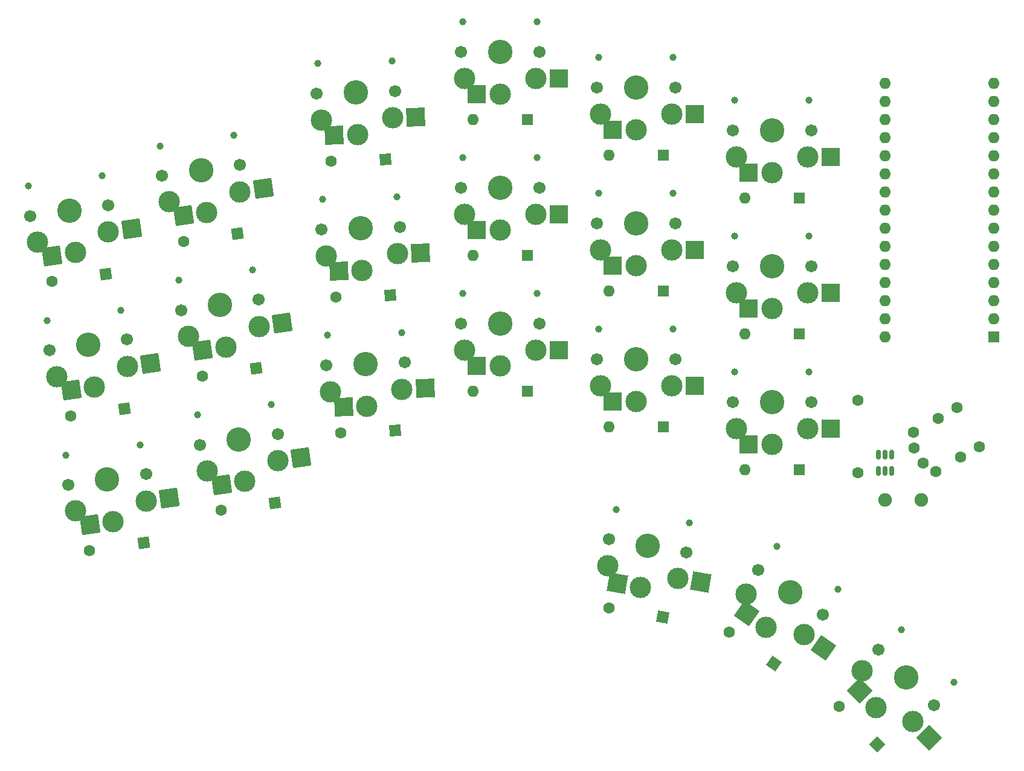
<source format=gts>
%TF.GenerationSoftware,KiCad,Pcbnew,9.0.4*%
%TF.CreationDate,2025-09-06T18:01:24-05:00*%
%TF.ProjectId,esp32_s3_port,65737033-325f-4733-935f-706f72742e6b,rev?*%
%TF.SameCoordinates,Original*%
%TF.FileFunction,Soldermask,Top*%
%TF.FilePolarity,Negative*%
%FSLAX46Y46*%
G04 Gerber Fmt 4.6, Leading zero omitted, Abs format (unit mm)*
G04 Created by KiCad (PCBNEW 9.0.4) date 2025-09-06 18:01:24*
%MOMM*%
%LPD*%
G01*
G04 APERTURE LIST*
G04 Aperture macros list*
%AMRoundRect*
0 Rectangle with rounded corners*
0 $1 Rounding radius*
0 $2 $3 $4 $5 $6 $7 $8 $9 X,Y pos of 4 corners*
0 Add a 4 corners polygon primitive as box body*
4,1,4,$2,$3,$4,$5,$6,$7,$8,$9,$2,$3,0*
0 Add four circle primitives for the rounded corners*
1,1,$1+$1,$2,$3*
1,1,$1+$1,$4,$5*
1,1,$1+$1,$6,$7*
1,1,$1+$1,$8,$9*
0 Add four rect primitives between the rounded corners*
20,1,$1+$1,$2,$3,$4,$5,0*
20,1,$1+$1,$4,$5,$6,$7,0*
20,1,$1+$1,$6,$7,$8,$9,0*
20,1,$1+$1,$8,$9,$2,$3,0*%
%AMHorizOval*
0 Thick line with rounded ends*
0 $1 width*
0 $2 $3 position (X,Y) of the first rounded end (center of the circle)*
0 $4 $5 position (X,Y) of the second rounded end (center of the circle)*
0 Add line between two ends*
20,1,$1,$2,$3,$4,$5,0*
0 Add two circle primitives to create the rounded ends*
1,1,$1,$2,$3*
1,1,$1,$4,$5*%
%AMRotRect*
0 Rectangle, with rotation*
0 The origin of the aperture is its center*
0 $1 length*
0 $2 width*
0 $3 Rotation angle, in degrees counterclockwise*
0 Add horizontal line*
21,1,$1,$2,0,0,$3*%
G04 Aperture macros list end*
%ADD10C,1.900000*%
%ADD11RoundRect,0.150000X0.150000X-0.512500X0.150000X0.512500X-0.150000X0.512500X-0.150000X-0.512500X0*%
%ADD12C,1.600000*%
%ADD13C,1.701800*%
%ADD14C,0.990600*%
%ADD15C,3.000000*%
%ADD16C,3.429000*%
%ADD17R,2.600000X2.600000*%
%ADD18R,1.600000X1.600000*%
%ADD19O,1.600000X1.600000*%
%ADD20RotRect,1.600000X1.600000X188.000000*%
%ADD21HorizOval,1.600000X0.000000X0.000000X0.000000X0.000000X0*%
%ADD22RotRect,1.600000X1.600000X182.000000*%
%ADD23HorizOval,1.600000X0.000000X0.000000X0.000000X0.000000X0*%
%ADD24RotRect,2.600000X2.600000X315.000000*%
%ADD25RotRect,2.600000X2.600000X8.000000*%
%ADD26RotRect,2.600000X2.600000X350.000000*%
%ADD27RotRect,2.600000X2.600000X2.000000*%
%ADD28RotRect,2.600000X2.600000X325.000000*%
%ADD29RotRect,1.600000X1.600000X145.000000*%
%ADD30HorizOval,1.600000X0.000000X0.000000X0.000000X0.000000X0*%
%ADD31RotRect,1.600000X1.600000X170.000000*%
%ADD32HorizOval,1.600000X0.000000X0.000000X0.000000X0.000000X0*%
%ADD33RotRect,1.600000X1.600000X135.000000*%
%ADD34HorizOval,1.600000X0.000000X0.000000X0.000000X0.000000X0*%
G04 APERTURE END LIST*
D10*
%TO.C,JP1*%
X149225000Y-100965000D03*
X154305000Y-100965000D03*
%TD*%
D11*
%TO.C,U1*%
X148275000Y-96890000D03*
X149225000Y-96890000D03*
X150175000Y-96890000D03*
X150175000Y-94615000D03*
X149225000Y-94615000D03*
X148275000Y-94615000D03*
%TD*%
D12*
%TO.C,R2*%
X145415000Y-97155000D03*
X145415000Y-86995000D03*
%TD*%
D13*
%TO.C,SW10*%
X127849999Y-68178947D03*
D14*
X128129999Y-63978947D03*
D15*
X128349999Y-71928947D03*
D16*
X133349999Y-68178947D03*
D15*
X133349999Y-74128947D03*
X138349999Y-71928947D03*
D14*
X138569999Y-63978947D03*
D13*
X138849999Y-68178947D03*
D17*
X130074999Y-74128947D03*
X141624999Y-71928947D03*
%TD*%
D18*
%TO.C,D4*%
X137159999Y-58653947D03*
D19*
X129539999Y-58653947D03*
%TD*%
D18*
%TO.C,D6*%
X99059999Y-66675000D03*
D19*
X91439999Y-66675000D03*
%TD*%
D20*
%TO.C,D18*%
X45290825Y-107001102D03*
D21*
X37744982Y-108061601D03*
%TD*%
D22*
%TO.C,D15*%
X80526656Y-91261169D03*
D23*
X72911298Y-91527103D03*
%TD*%
D13*
%TO.C,SW21*%
X148299872Y-121946242D03*
D14*
X151467710Y-119174383D03*
D15*
X146001775Y-124951446D03*
D16*
X152188959Y-125835329D03*
D15*
X147981674Y-130042614D03*
X153072842Y-132022513D03*
D14*
X158849905Y-126556578D03*
D13*
X156078046Y-129724416D03*
D24*
X145665899Y-127726840D03*
X155388617Y-134338288D03*
%TD*%
D13*
%TO.C,SW4*%
X127849999Y-49128947D03*
D14*
X128129999Y-44928947D03*
D15*
X128349999Y-52878947D03*
D16*
X133349999Y-49128947D03*
D15*
X133349999Y-55078947D03*
X138349999Y-52878947D03*
D14*
X138569999Y-44928947D03*
D13*
X138849999Y-49128947D03*
D17*
X130074999Y-55078947D03*
X141624999Y-52878947D03*
%TD*%
D18*
%TO.C,D12*%
X99059999Y-85725000D03*
D19*
X91439999Y-85725000D03*
%TD*%
D13*
%TO.C,SW5*%
X47889299Y-55505418D03*
D14*
X47582047Y-51307324D03*
D15*
X48906332Y-59149337D03*
D16*
X53335773Y-54739966D03*
D15*
X54163853Y-60632061D03*
X58809011Y-57757606D03*
D14*
X57920445Y-49854357D03*
D13*
X58782247Y-53974514D03*
D25*
X50920725Y-61087853D03*
X62052140Y-57301814D03*
%TD*%
D13*
%TO.C,SW12*%
X89749999Y-76200000D03*
D14*
X90029999Y-72000000D03*
D15*
X90249999Y-79950000D03*
D16*
X95249999Y-76200000D03*
D15*
X95249999Y-82150000D03*
X100249999Y-79950000D03*
D14*
X100469999Y-72000000D03*
D13*
X100749999Y-76200000D03*
D17*
X91974999Y-82150000D03*
X103524999Y-79950000D03*
%TD*%
D13*
%TO.C,SW6*%
X89749999Y-57150000D03*
D14*
X90029999Y-52950000D03*
D15*
X90249999Y-60900000D03*
D16*
X95249999Y-57150000D03*
D15*
X95249999Y-63100000D03*
X100249999Y-60900000D03*
D14*
X100469999Y-52950000D03*
D13*
X100749999Y-57150000D03*
D17*
X91974999Y-63100000D03*
X103524999Y-60900000D03*
%TD*%
D18*
%TO.C,D2*%
X118109999Y-52638158D03*
D19*
X110489999Y-52638158D03*
%TD*%
D13*
%TO.C,SW19*%
X110514608Y-106426377D03*
D14*
X111519677Y-102338806D03*
D15*
X110355832Y-110206230D03*
D16*
X115931051Y-107381442D03*
D15*
X114897844Y-113241048D03*
X120203909Y-111942712D03*
D14*
X121801070Y-104151693D03*
D13*
X121347494Y-108336507D03*
D26*
X111672599Y-112672350D03*
X123429154Y-112511410D03*
%TD*%
D20*
%TO.C,D17*%
X63736813Y-101371232D03*
D21*
X56190970Y-102431731D03*
%TD*%
D22*
%TO.C,D9*%
X79861821Y-72222774D03*
D23*
X72246463Y-72488708D03*
%TD*%
D18*
%TO.C,D16*%
X137159999Y-96753947D03*
D19*
X129539999Y-96753947D03*
%TD*%
D13*
%TO.C,SW14*%
X108799999Y-81213158D03*
D14*
X109079999Y-77013158D03*
D15*
X109299999Y-84963158D03*
D16*
X114299999Y-81213158D03*
D15*
X114299999Y-87163158D03*
X119299999Y-84963158D03*
D14*
X119519999Y-77013158D03*
D13*
X119799999Y-81213158D03*
D17*
X111024999Y-87163158D03*
X122574999Y-84963158D03*
%TD*%
D18*
%TO.C,A1*%
X164455000Y-78105000D03*
D19*
X164455000Y-75565000D03*
X164455000Y-73025000D03*
X164455000Y-70485000D03*
X164455000Y-67945000D03*
X164455000Y-65405000D03*
X164455000Y-62865000D03*
X164455000Y-60325000D03*
X164455000Y-57785000D03*
X164455000Y-55245000D03*
X164455000Y-52705000D03*
X164455000Y-50165000D03*
X164455000Y-47625000D03*
X164455000Y-45085000D03*
X164455000Y-42545000D03*
X149215000Y-42545000D03*
X149215000Y-45085000D03*
X149215000Y-47625000D03*
X149215000Y-50165000D03*
X149215000Y-52705000D03*
X149215000Y-55245000D03*
X149215000Y-57785000D03*
X149215000Y-60325000D03*
X149215000Y-62865000D03*
X149215000Y-65405000D03*
X149215000Y-67945000D03*
X149215000Y-70485000D03*
X149215000Y-73025000D03*
X149215000Y-75565000D03*
X149215000Y-78105000D03*
%TD*%
D13*
%TO.C,SW16*%
X127849999Y-87228947D03*
D14*
X128129999Y-83028947D03*
D15*
X128349999Y-90978947D03*
D16*
X133349999Y-87228947D03*
D15*
X133349999Y-93178947D03*
X138349999Y-90978947D03*
D14*
X138569999Y-83028947D03*
D13*
X138849999Y-87228947D03*
D17*
X130074999Y-93178947D03*
X141624999Y-90978947D03*
%TD*%
D13*
%TO.C,SW17*%
X53191794Y-93234631D03*
D14*
X52884542Y-89036537D03*
D15*
X54208827Y-96878550D03*
D16*
X58638268Y-92469179D03*
D15*
X59466348Y-98361274D03*
X64111506Y-95486819D03*
D14*
X63222940Y-87583570D03*
D13*
X64084742Y-91703727D03*
D25*
X56223220Y-98817066D03*
X67354635Y-95031027D03*
%TD*%
D13*
%TO.C,SW9*%
X70225075Y-63028491D03*
D14*
X70358327Y-58821278D03*
D15*
X70855644Y-66758757D03*
D16*
X75721725Y-62836544D03*
D15*
X75929377Y-68782919D03*
X80849552Y-66409762D03*
D14*
X80791967Y-58456927D03*
D13*
X81218375Y-62644597D03*
D27*
X72656372Y-68897215D03*
X84122557Y-66295466D03*
%TD*%
D13*
%TO.C,SW20*%
X131442590Y-110763911D03*
D14*
X134080973Y-107484073D03*
D15*
X129701254Y-114122519D03*
D16*
X135947926Y-113918581D03*
D15*
X132535146Y-118792536D03*
X137892775Y-119858283D03*
D14*
X142632921Y-113472211D03*
D13*
X140453262Y-117073251D03*
D28*
X129852423Y-116914073D03*
X140575498Y-121736746D03*
%TD*%
D13*
%TO.C,SW18*%
X34745806Y-98864501D03*
D14*
X34438554Y-94666407D03*
D15*
X35762839Y-102508420D03*
D16*
X40192280Y-98099049D03*
D15*
X41020360Y-103991144D03*
X45665518Y-101116689D03*
D14*
X44776952Y-93213440D03*
D13*
X45638754Y-97333597D03*
D25*
X37777232Y-104446936D03*
X48908647Y-100660897D03*
%TD*%
D13*
%TO.C,SW3*%
X69560240Y-43990096D03*
D14*
X69693492Y-39782883D03*
D15*
X70190809Y-47720362D03*
D16*
X75056890Y-43798149D03*
D15*
X75264542Y-49744524D03*
X80184717Y-47371367D03*
D14*
X80127132Y-39418532D03*
D13*
X80553540Y-43606202D03*
D27*
X71991537Y-49858820D03*
X83457722Y-47257071D03*
%TD*%
D20*
%TO.C,D13*%
X42639577Y-88136495D03*
D21*
X35093734Y-89196994D03*
%TD*%
D13*
%TO.C,SW11*%
X50540547Y-74370024D03*
D14*
X50233295Y-70171930D03*
D15*
X51557580Y-78013943D03*
D16*
X55987021Y-73604572D03*
D15*
X56815101Y-79496667D03*
X61460259Y-76622212D03*
D14*
X60571693Y-68718963D03*
D13*
X61433495Y-72839120D03*
D25*
X53571973Y-79952459D03*
X64703388Y-76166420D03*
%TD*%
D12*
%TO.C,J2*%
X153274457Y-93663112D03*
X156340482Y-96973624D03*
X159804584Y-94973624D03*
X162402660Y-93473624D03*
%TD*%
D22*
%TO.C,D3*%
X79196986Y-53184379D03*
D23*
X71581628Y-53450313D03*
%TD*%
D18*
%TO.C,D1*%
X99059999Y-47625000D03*
D19*
X91439999Y-47625000D03*
%TD*%
D18*
%TO.C,D10*%
X137159999Y-77703947D03*
D19*
X129539999Y-77703947D03*
%TD*%
D20*
%TO.C,D7*%
X39988330Y-69271888D03*
D21*
X32442487Y-70332387D03*
%TD*%
D13*
%TO.C,SW7*%
X29443311Y-61135287D03*
D14*
X29136059Y-56937193D03*
D15*
X30460344Y-64779206D03*
D16*
X34889785Y-60369835D03*
D15*
X35717865Y-66261930D03*
X40363023Y-63387475D03*
D14*
X39474457Y-55484226D03*
D13*
X40336259Y-59604383D03*
D25*
X32474737Y-66717722D03*
X43606152Y-62931683D03*
%TD*%
D13*
%TO.C,SW8*%
X108799999Y-62163158D03*
D14*
X109079999Y-57963158D03*
D15*
X109299999Y-65913158D03*
D16*
X114299999Y-62163158D03*
D15*
X114299999Y-68113158D03*
X119299999Y-65913158D03*
D14*
X119519999Y-57963158D03*
D13*
X119799999Y-62163158D03*
D17*
X111024999Y-68113158D03*
X122574999Y-65913158D03*
%TD*%
D13*
%TO.C,SW13*%
X32094558Y-79999894D03*
D14*
X31787306Y-75801800D03*
D15*
X33111591Y-83643813D03*
D16*
X37541032Y-79234442D03*
D15*
X38369112Y-85126537D03*
X43014270Y-82252082D03*
D14*
X42125704Y-74348833D03*
D13*
X42987506Y-78468990D03*
D25*
X35125984Y-85582329D03*
X46257399Y-81796290D03*
%TD*%
D29*
%TO.C,D20*%
X133605580Y-123906330D03*
D30*
X127363641Y-119535678D03*
%TD*%
D18*
%TO.C,D8*%
X118109999Y-71688158D03*
D19*
X110489999Y-71688158D03*
%TD*%
D31*
%TO.C,D19*%
X118029169Y-117423335D03*
D32*
X110524934Y-116100136D03*
%TD*%
D20*
%TO.C,D11*%
X61085566Y-82506625D03*
D21*
X53539723Y-83567124D03*
%TD*%
D20*
%TO.C,D5*%
X58434318Y-63642019D03*
D21*
X50888475Y-64702518D03*
%TD*%
D13*
%TO.C,SW1*%
X89749999Y-38100000D03*
D14*
X90029999Y-33900000D03*
D15*
X90249999Y-41850000D03*
D16*
X95249999Y-38100000D03*
D15*
X95249999Y-44050000D03*
X100249999Y-41850000D03*
D14*
X100469999Y-33900000D03*
D13*
X100749999Y-38100000D03*
D17*
X91974999Y-44050000D03*
X103524999Y-41850000D03*
%TD*%
D13*
%TO.C,SW2*%
X108799999Y-43113158D03*
D14*
X109079999Y-38913158D03*
D15*
X109299999Y-46863158D03*
D16*
X114299999Y-43113158D03*
D15*
X114299999Y-49063158D03*
X119299999Y-46863158D03*
D14*
X119519999Y-38913158D03*
D13*
X119799999Y-43113158D03*
D17*
X111024999Y-49063158D03*
X122574999Y-46863158D03*
%TD*%
D33*
%TO.C,D21*%
X148147844Y-135264597D03*
D34*
X142759690Y-129876443D03*
%TD*%
D18*
%TO.C,D14*%
X118109999Y-90738158D03*
D19*
X110489999Y-90738158D03*
%TD*%
D13*
%TO.C,SW15*%
X70889910Y-82066886D03*
D14*
X71023162Y-77859673D03*
D15*
X71520479Y-85797152D03*
D16*
X76386560Y-81874939D03*
D15*
X76594212Y-87821314D03*
X81514387Y-85448157D03*
D14*
X81456802Y-77495322D03*
D13*
X81883210Y-81682992D03*
D27*
X73321207Y-87935610D03*
X84787392Y-85333861D03*
%TD*%
D12*
%TO.C,J1*%
X154521957Y-95823846D03*
X153187982Y-91513334D03*
X156652084Y-89513334D03*
X159250160Y-88013334D03*
%TD*%
M02*

</source>
